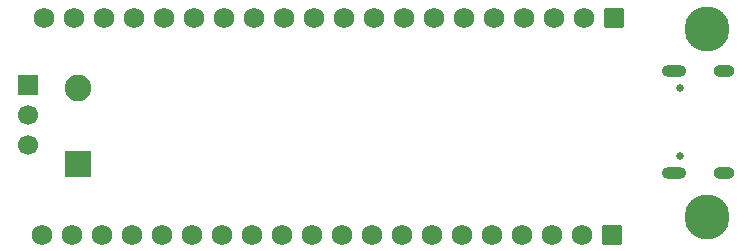
<source format=gbr>
%TF.GenerationSoftware,KiCad,Pcbnew,9.0.6*%
%TF.CreationDate,2025-11-29T13:07:23-06:00*%
%TF.ProjectId,Tony's devboard,546f6e79-2773-4206-9465-76626f617264,rev?*%
%TF.SameCoordinates,Original*%
%TF.FileFunction,Soldermask,Bot*%
%TF.FilePolarity,Negative*%
%FSLAX46Y46*%
G04 Gerber Fmt 4.6, Leading zero omitted, Abs format (unit mm)*
G04 Created by KiCad (PCBNEW 9.0.6) date 2025-11-29 13:07:23*
%MOMM*%
%LPD*%
G01*
G04 APERTURE LIST*
G04 Aperture macros list*
%AMRoundRect*
0 Rectangle with rounded corners*
0 $1 Rounding radius*
0 $2 $3 $4 $5 $6 $7 $8 $9 X,Y pos of 4 corners*
0 Add a 4 corners polygon primitive as box body*
4,1,4,$2,$3,$4,$5,$6,$7,$8,$9,$2,$3,0*
0 Add four circle primitives for the rounded corners*
1,1,$1+$1,$2,$3*
1,1,$1+$1,$4,$5*
1,1,$1+$1,$6,$7*
1,1,$1+$1,$8,$9*
0 Add four rect primitives between the rounded corners*
20,1,$1+$1,$2,$3,$4,$5,0*
20,1,$1+$1,$4,$5,$6,$7,0*
20,1,$1+$1,$6,$7,$8,$9,0*
20,1,$1+$1,$8,$9,$2,$3,0*%
G04 Aperture macros list end*
%ADD10RoundRect,0.250000X0.620000X0.620000X-0.620000X0.620000X-0.620000X-0.620000X0.620000X-0.620000X0*%
%ADD11C,1.740000*%
%ADD12C,0.650000*%
%ADD13O,2.100000X1.000000*%
%ADD14O,1.800000X1.000000*%
%ADD15R,1.700000X1.700000*%
%ADD16C,1.700000*%
%ADD17C,2.600000*%
%ADD18C,3.800000*%
%ADD19R,2.250000X2.250000*%
%ADD20C,2.250000*%
G04 APERTURE END LIST*
D10*
%TO.C,J4*%
X141430000Y-53390000D03*
D11*
X138890000Y-53390000D03*
X136350000Y-53390000D03*
X133810000Y-53390000D03*
X131270000Y-53390000D03*
X128730000Y-53390000D03*
X126190000Y-53390000D03*
X123650000Y-53390000D03*
X121110000Y-53390000D03*
X118570000Y-53390000D03*
X116030000Y-53390000D03*
X113490000Y-53390000D03*
X110950000Y-53390000D03*
X108410000Y-53390000D03*
X105870000Y-53390000D03*
X103330000Y-53390000D03*
X100790000Y-53390000D03*
X98250000Y-53390000D03*
X95710000Y-53390000D03*
X93170000Y-53390000D03*
%TD*%
D10*
%TO.C,J3*%
X141620000Y-35000000D03*
D11*
X139080000Y-35000000D03*
X136540000Y-35000000D03*
X134000000Y-35000000D03*
X131460000Y-35000000D03*
X128920000Y-35000000D03*
X126380000Y-35000000D03*
X123840000Y-35000000D03*
X121300000Y-35000000D03*
X118760000Y-35000000D03*
X116220000Y-35000000D03*
X113680000Y-35000000D03*
X111140000Y-35000000D03*
X108600000Y-35000000D03*
X106060000Y-35000000D03*
X103520000Y-35000000D03*
X100980000Y-35000000D03*
X98440000Y-35000000D03*
X95900000Y-35000000D03*
X93360000Y-35000000D03*
%TD*%
D12*
%TO.C,J1*%
X147215000Y-46760000D03*
X147215000Y-40980000D03*
D13*
X146715000Y-48190000D03*
D14*
X150895000Y-48190000D03*
D13*
X146715000Y-39550000D03*
D14*
X150895000Y-39550000D03*
%TD*%
D15*
%TO.C,J2*%
X92000000Y-40710000D03*
D16*
X92000000Y-43250000D03*
X92000000Y-45790000D03*
%TD*%
D17*
%TO.C,REF\u002A\u002A*%
X149500000Y-51920000D03*
D18*
X149500000Y-51920000D03*
%TD*%
D19*
%TO.C,SW1*%
X96220000Y-47440000D03*
D20*
X96220000Y-40940000D03*
%TD*%
D17*
%TO.C,REF\u002A\u002A*%
X149500000Y-35940000D03*
D18*
X149500000Y-35940000D03*
%TD*%
M02*

</source>
